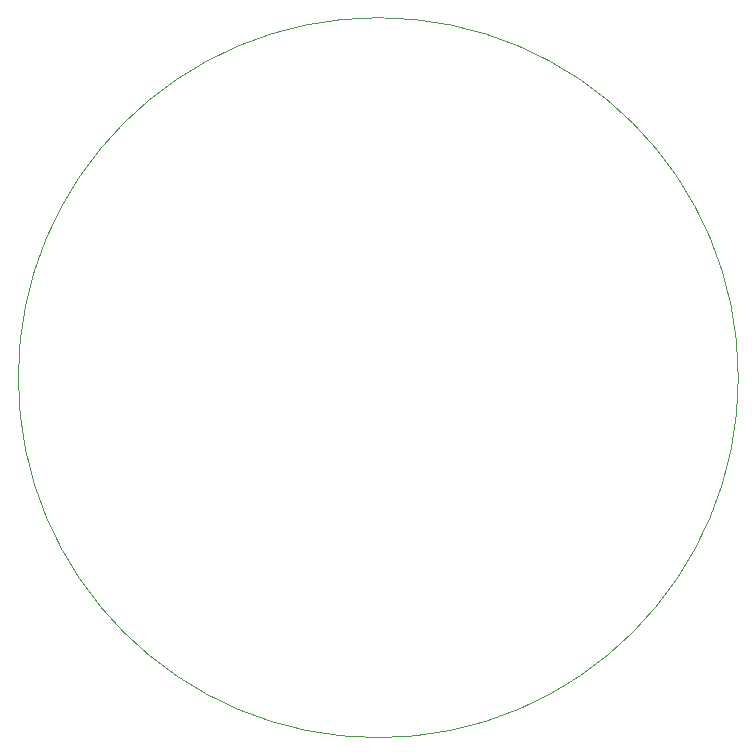
<source format=gbr>
%TF.GenerationSoftware,KiCad,Pcbnew,6.0.11+dfsg-1~bpo11+1*%
%TF.CreationDate,2023-02-26T17:05:11+01:00*%
%TF.ProjectId,ultrasonic_board,756c7472-6173-46f6-9e69-635f626f6172,rev?*%
%TF.SameCoordinates,PX8b48bd0PY4eb9cf0*%
%TF.FileFunction,Profile,NP*%
%FSLAX46Y46*%
G04 Gerber Fmt 4.6, Leading zero omitted, Abs format (unit mm)*
G04 Created by KiCad (PCBNEW 6.0.11+dfsg-1~bpo11+1) date 2023-02-26 17:05:11*
%MOMM*%
%LPD*%
G01*
G04 APERTURE LIST*
%TA.AperFunction,Profile*%
%ADD10C,0.050000*%
%TD*%
G04 APERTURE END LIST*
D10*
X30480000Y0D02*
G75*
G03*
X30480000Y0I-30480000J0D01*
G01*
M02*

</source>
